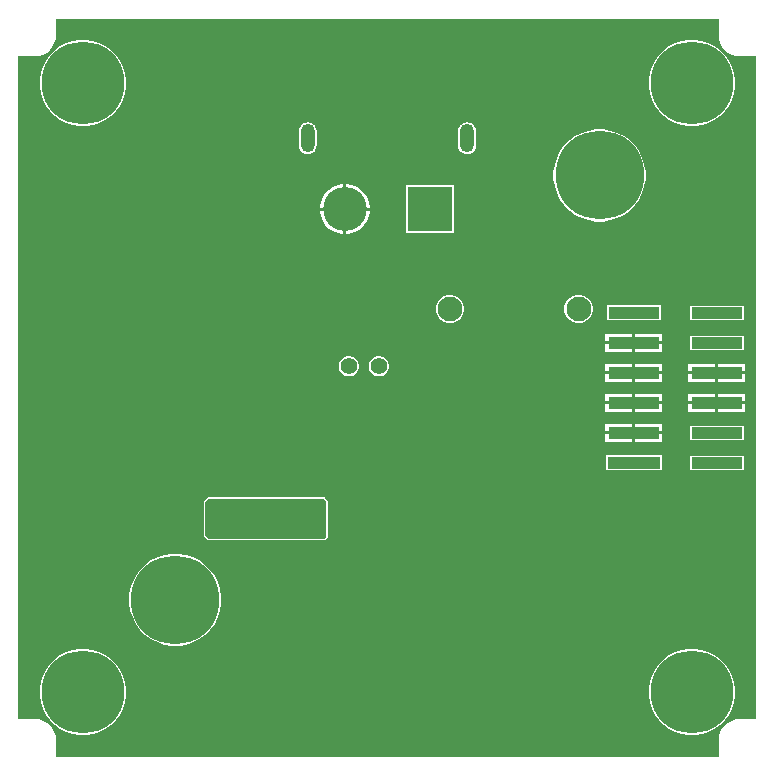
<source format=gbr>
%TF.GenerationSoftware,Altium Limited,Altium Designer,24.2.2 (26)*%
G04 Layer_Physical_Order=2*
G04 Layer_Color=16711680*
%FSLAX45Y45*%
%MOMM*%
%TF.SameCoordinates,B44B2995-802D-4FBC-A6AD-B2E30319FF36*%
%TF.FilePolarity,Positive*%
%TF.FileFunction,Copper,L2,Bot,Signal*%
%TF.Part,Single*%
G01*
G75*
%TA.AperFunction,ViaPad*%
%ADD37C,7.00000*%
%TA.AperFunction,ComponentPad*%
%ADD38C,2.10000*%
%ADD39C,1.40000*%
%ADD40O,1.20000X2.40000*%
%ADD41R,3.71600X3.71600*%
%ADD42C,3.71600*%
%TA.AperFunction,ViaPad*%
%ADD43C,7.50000*%
%ADD44C,0.60000*%
%ADD45C,0.75000*%
%ADD46C,0.50000*%
%TA.AperFunction,SMDPad,CuDef*%
%ADD47R,4.32000X1.00000*%
%ADD48R,4.50000X1.00000*%
G36*
X5981113Y6159500D02*
X5981368Y6158215D01*
X5984667Y6124724D01*
X5994811Y6091283D01*
X6011284Y6060465D01*
X6033452Y6033452D01*
X6060465Y6011284D01*
X6091283Y5994811D01*
X6124724Y5984667D01*
X6158215Y5981368D01*
X6159500Y5981113D01*
X6298613D01*
Y368887D01*
X6159500D01*
X6158215Y368632D01*
X6124724Y365333D01*
X6091283Y355189D01*
X6060465Y338716D01*
X6033452Y316547D01*
X6011284Y289535D01*
X5994811Y258717D01*
X5984667Y225276D01*
X5981368Y191785D01*
X5981113Y190500D01*
Y51387D01*
X368887D01*
Y190500D01*
X368632Y191785D01*
X365333Y225276D01*
X355189Y258717D01*
X338716Y289535D01*
X316547Y316547D01*
X289535Y338716D01*
X258717Y355189D01*
X225276Y365333D01*
X191785Y368632D01*
X190500Y368887D01*
X51387D01*
Y5981113D01*
X190500D01*
X191785Y5981368D01*
X225276Y5984667D01*
X258717Y5994811D01*
X289535Y6011284D01*
X316547Y6033452D01*
X338716Y6060465D01*
X355189Y6091283D01*
X365333Y6124724D01*
X368632Y6158215D01*
X368887Y6159500D01*
Y6298613D01*
X5981113D01*
Y6159500D01*
D02*
G37*
%LPC*%
G36*
X5781826Y6118100D02*
X5724374D01*
X5667629Y6109113D01*
X5612989Y6091359D01*
X5561798Y6065276D01*
X5515318Y6031507D01*
X5474693Y5990882D01*
X5440924Y5944402D01*
X5414841Y5893211D01*
X5397087Y5838571D01*
X5388100Y5781826D01*
Y5724374D01*
X5397087Y5667629D01*
X5414841Y5612989D01*
X5440924Y5561798D01*
X5474693Y5515318D01*
X5515318Y5474693D01*
X5561798Y5440924D01*
X5612989Y5414841D01*
X5667629Y5397087D01*
X5724374Y5388100D01*
X5781826D01*
X5838571Y5397087D01*
X5893211Y5414841D01*
X5944402Y5440924D01*
X5990882Y5474693D01*
X6031507Y5515318D01*
X6065276Y5561798D01*
X6091359Y5612989D01*
X6109113Y5667629D01*
X6118100Y5724374D01*
Y5781826D01*
X6109113Y5838571D01*
X6091359Y5893211D01*
X6065276Y5944402D01*
X6031507Y5990882D01*
X5990882Y6031507D01*
X5944402Y6065276D01*
X5893211Y6091359D01*
X5838571Y6109113D01*
X5781826Y6118100D01*
D02*
G37*
G36*
X625626D02*
X568174D01*
X511429Y6109113D01*
X456789Y6091359D01*
X405598Y6065276D01*
X359118Y6031507D01*
X318493Y5990882D01*
X284724Y5944402D01*
X258641Y5893211D01*
X240887Y5838571D01*
X231900Y5781826D01*
Y5724374D01*
X240887Y5667629D01*
X258641Y5612989D01*
X284724Y5561798D01*
X318493Y5515318D01*
X359118Y5474693D01*
X405598Y5440924D01*
X456789Y5414841D01*
X511429Y5397087D01*
X568174Y5388100D01*
X625626D01*
X682371Y5397087D01*
X737011Y5414841D01*
X788202Y5440924D01*
X834682Y5474693D01*
X875307Y5515318D01*
X909076Y5561798D01*
X935159Y5612989D01*
X952913Y5667629D01*
X961900Y5724374D01*
Y5781826D01*
X952913Y5838571D01*
X935159Y5893211D01*
X909076Y5944402D01*
X875307Y5990882D01*
X834682Y6031507D01*
X788202Y6065276D01*
X737011Y6091359D01*
X682371Y6109113D01*
X625626Y6118100D01*
D02*
G37*
G36*
X3850000Y5421387D02*
X3830421Y5418810D01*
X3812176Y5411252D01*
X3798476Y5400740D01*
X3790000D01*
Y5390747D01*
X3784488Y5383564D01*
X3776930Y5365319D01*
X3774353Y5345740D01*
Y5225740D01*
X3776930Y5206161D01*
X3784488Y5187916D01*
X3790000Y5180733D01*
Y5170740D01*
X3798476D01*
X3812176Y5160228D01*
X3830421Y5152670D01*
X3850000Y5150093D01*
X3869579Y5152670D01*
X3887824Y5160228D01*
X3901524Y5170740D01*
X3910000D01*
Y5180733D01*
X3915512Y5187916D01*
X3923069Y5206161D01*
X3925647Y5225740D01*
Y5345740D01*
X3923069Y5365319D01*
X3915512Y5383564D01*
X3910000Y5390747D01*
Y5400740D01*
X3901524D01*
X3887824Y5411252D01*
X3869579Y5418810D01*
X3850000Y5421387D01*
D02*
G37*
G36*
X2500000D02*
X2480421Y5418810D01*
X2462176Y5411252D01*
X2448476Y5400740D01*
X2440000D01*
Y5390747D01*
X2434488Y5383564D01*
X2426931Y5365319D01*
X2424353Y5345740D01*
Y5225740D01*
X2426931Y5206161D01*
X2434488Y5187916D01*
X2440000Y5180733D01*
Y5170740D01*
X2448476D01*
X2462176Y5160228D01*
X2480421Y5152670D01*
X2500000Y5150093D01*
X2519579Y5152670D01*
X2537824Y5160228D01*
X2551524Y5170740D01*
X2560000D01*
Y5180733D01*
X2565512Y5187916D01*
X2573070Y5206161D01*
X2575647Y5225740D01*
Y5345740D01*
X2573070Y5365319D01*
X2565512Y5383564D01*
X2560000Y5390747D01*
Y5400740D01*
X2551524D01*
X2537824Y5411252D01*
X2519579Y5418810D01*
X2500000Y5421387D01*
D02*
G37*
G36*
X2835801Y4896940D02*
X2827700D01*
Y4698440D01*
X3026200D01*
Y4706541D01*
X3018084Y4747345D01*
X3002163Y4785781D01*
X2979050Y4820372D01*
X2949632Y4849790D01*
X2915041Y4872903D01*
X2876605Y4888824D01*
X2835801Y4896940D01*
D02*
G37*
G36*
X2802300D02*
X2794199D01*
X2753395Y4888824D01*
X2714959Y4872903D01*
X2680368Y4849790D01*
X2650950Y4820372D01*
X2627837Y4785781D01*
X2611916Y4747345D01*
X2603800Y4706541D01*
Y4698440D01*
X2802300D01*
Y4896940D01*
D02*
G37*
G36*
X5001753Y5361059D02*
X4940366D01*
X4879734Y5351456D01*
X4821351Y5332487D01*
X4766655Y5304617D01*
X4716991Y5268535D01*
X4673584Y5225127D01*
X4637502Y5175464D01*
X4609632Y5120768D01*
X4590662Y5062385D01*
X4581059Y5001753D01*
Y4940366D01*
X4590662Y4879734D01*
X4609632Y4821351D01*
X4637502Y4766655D01*
X4673584Y4716991D01*
X4716991Y4673584D01*
X4766655Y4637502D01*
X4821351Y4609632D01*
X4879734Y4590662D01*
X4940366Y4581059D01*
X5001753D01*
X5062385Y4590662D01*
X5120768Y4609632D01*
X5175464Y4637502D01*
X5225127Y4673584D01*
X5268535Y4716991D01*
X5304617Y4766655D01*
X5332487Y4821351D01*
X5351456Y4879734D01*
X5361059Y4940366D01*
Y5001753D01*
X5351456Y5062385D01*
X5332487Y5120768D01*
X5304617Y5175464D01*
X5268535Y5225127D01*
X5225127Y5268535D01*
X5175464Y5304617D01*
X5120768Y5332487D01*
X5062385Y5351456D01*
X5001753Y5361059D01*
D02*
G37*
G36*
X3735800Y4886540D02*
X3334200D01*
Y4484940D01*
X3735800D01*
Y4886540D01*
D02*
G37*
G36*
X3026200Y4673040D02*
X2827700D01*
Y4474540D01*
X2835801D01*
X2876605Y4482656D01*
X2915041Y4498577D01*
X2949632Y4521690D01*
X2979050Y4551108D01*
X3002163Y4585699D01*
X3018084Y4624135D01*
X3026200Y4664939D01*
Y4673040D01*
D02*
G37*
G36*
X2802300D02*
X2603800D01*
Y4664939D01*
X2611916Y4624135D01*
X2627837Y4585699D01*
X2650950Y4551108D01*
X2680368Y4521690D01*
X2714959Y4498577D01*
X2753395Y4482656D01*
X2794199Y4474540D01*
X2802300D01*
Y4673040D01*
D02*
G37*
G36*
X6191400Y3870000D02*
X5739400D01*
Y3750000D01*
X6191400D01*
Y3870000D01*
D02*
G37*
G36*
X5490100Y3872700D02*
X5032700D01*
Y3747300D01*
X5490100D01*
Y3872700D01*
D02*
G37*
G36*
X4810218Y3960480D02*
X4778622D01*
X4748102Y3952302D01*
X4720738Y3936504D01*
X4698396Y3914162D01*
X4682598Y3886798D01*
X4674420Y3856278D01*
Y3824682D01*
X4682598Y3794162D01*
X4698396Y3766798D01*
X4720738Y3744456D01*
X4748102Y3728658D01*
X4778622Y3720480D01*
X4810218D01*
X4840738Y3728658D01*
X4868102Y3744456D01*
X4890444Y3766798D01*
X4906242Y3794162D01*
X4914420Y3824682D01*
Y3856278D01*
X4906242Y3886798D01*
X4890444Y3914162D01*
X4868102Y3936504D01*
X4840738Y3952302D01*
X4810218Y3960480D01*
D02*
G37*
G36*
X3720218D02*
X3688622D01*
X3658102Y3952302D01*
X3630738Y3936504D01*
X3608396Y3914162D01*
X3592598Y3886798D01*
X3584420Y3856278D01*
Y3824682D01*
X3592598Y3794162D01*
X3608396Y3766798D01*
X3630738Y3744456D01*
X3658102Y3728658D01*
X3688622Y3720480D01*
X3720218D01*
X3750738Y3728658D01*
X3778102Y3744456D01*
X3800444Y3766798D01*
X3816242Y3794162D01*
X3824420Y3824682D01*
Y3856278D01*
X3816242Y3886798D01*
X3800444Y3914162D01*
X3778102Y3936504D01*
X3750738Y3952302D01*
X3720218Y3960480D01*
D02*
G37*
G36*
X5502800Y3631400D02*
X5274100D01*
Y3568700D01*
X5502800D01*
Y3631400D01*
D02*
G37*
G36*
X5248700D02*
X5020000D01*
Y3568700D01*
X5248700D01*
Y3631400D01*
D02*
G37*
G36*
X6191400Y3616000D02*
X5739400D01*
Y3496000D01*
X6191400D01*
Y3616000D01*
D02*
G37*
G36*
X5502800Y3543300D02*
X5274100D01*
Y3480600D01*
X5502800D01*
Y3543300D01*
D02*
G37*
G36*
X5248700D02*
X5020000D01*
Y3480600D01*
X5248700D01*
Y3543300D01*
D02*
G37*
G36*
X5502800Y3377400D02*
X5274100D01*
Y3314700D01*
X5502800D01*
Y3377400D01*
D02*
G37*
G36*
X5248700D02*
X5020000D01*
Y3314700D01*
X5248700D01*
Y3377400D01*
D02*
G37*
G36*
X6206800D02*
X5978100D01*
Y3314700D01*
X6206800D01*
Y3377400D01*
D02*
G37*
G36*
X5952700D02*
X5724000D01*
Y3314700D01*
X5952700D01*
Y3377400D01*
D02*
G37*
G36*
X3112530Y3440340D02*
X3090150D01*
X3068531Y3434547D01*
X3049149Y3423357D01*
X3033323Y3407531D01*
X3022133Y3388149D01*
X3016340Y3366530D01*
Y3344150D01*
X3022133Y3322531D01*
X3033323Y3303149D01*
X3049149Y3287323D01*
X3068531Y3276133D01*
X3090150Y3270340D01*
X3112530D01*
X3134149Y3276133D01*
X3153531Y3287323D01*
X3169357Y3303149D01*
X3180547Y3322531D01*
X3186340Y3344150D01*
Y3366530D01*
X3180547Y3388149D01*
X3169357Y3407531D01*
X3153531Y3423357D01*
X3134149Y3434547D01*
X3112530Y3440340D01*
D02*
G37*
G36*
X2858530D02*
X2836150D01*
X2814531Y3434547D01*
X2795149Y3423357D01*
X2779323Y3407531D01*
X2768133Y3388149D01*
X2762340Y3366530D01*
Y3344150D01*
X2768133Y3322531D01*
X2779323Y3303149D01*
X2795149Y3287323D01*
X2814531Y3276133D01*
X2836150Y3270340D01*
X2858530D01*
X2880149Y3276133D01*
X2899531Y3287323D01*
X2915357Y3303149D01*
X2926547Y3322531D01*
X2932340Y3344150D01*
Y3366530D01*
X2926547Y3388149D01*
X2915357Y3407531D01*
X2899531Y3423357D01*
X2880149Y3434547D01*
X2858530Y3440340D01*
D02*
G37*
G36*
X6206800Y3289300D02*
X5978100D01*
Y3226600D01*
X6206800D01*
Y3289300D01*
D02*
G37*
G36*
X5952700D02*
X5724000D01*
Y3226600D01*
X5952700D01*
Y3289300D01*
D02*
G37*
G36*
X5502800Y3289300D02*
X5274100D01*
Y3226600D01*
X5502800D01*
Y3289300D01*
D02*
G37*
G36*
X5248700D02*
X5020000D01*
Y3226600D01*
X5248700D01*
Y3289300D01*
D02*
G37*
G36*
X5502800Y3123400D02*
X5274100D01*
Y3060700D01*
X5502800D01*
Y3123400D01*
D02*
G37*
G36*
X5248700D02*
X5020000D01*
Y3060700D01*
X5248700D01*
Y3123400D01*
D02*
G37*
G36*
X6206800D02*
X5978100D01*
Y3060700D01*
X6206800D01*
Y3123400D01*
D02*
G37*
G36*
X5952700D02*
X5724000D01*
Y3060700D01*
X5952700D01*
Y3123400D01*
D02*
G37*
G36*
X6206800Y3035300D02*
X5978100D01*
Y2972600D01*
X6206800D01*
Y3035300D01*
D02*
G37*
G36*
X5952700D02*
X5724000D01*
Y2972600D01*
X5952700D01*
Y3035300D01*
D02*
G37*
G36*
X5502800Y3035300D02*
X5274100D01*
Y2972600D01*
X5502800D01*
Y3035300D01*
D02*
G37*
G36*
X5248700D02*
X5020000D01*
Y2972600D01*
X5248700D01*
Y3035300D01*
D02*
G37*
G36*
X5502800Y2869400D02*
X5274100D01*
Y2806700D01*
X5502800D01*
Y2869400D01*
D02*
G37*
G36*
X5248700D02*
X5020000D01*
Y2806700D01*
X5248700D01*
Y2869400D01*
D02*
G37*
G36*
X6191400Y2854000D02*
X5739400D01*
Y2734000D01*
X6191400D01*
Y2854000D01*
D02*
G37*
G36*
X5502800Y2781300D02*
X5274100D01*
Y2718600D01*
X5502800D01*
Y2781300D01*
D02*
G37*
G36*
X5248700D02*
X5020000D01*
Y2718600D01*
X5248700D01*
Y2781300D01*
D02*
G37*
G36*
X6191400Y2600000D02*
X5739400D01*
Y2480000D01*
X6191400D01*
Y2600000D01*
D02*
G37*
G36*
X5499100Y2602700D02*
X5023700D01*
Y2477300D01*
X5499100D01*
Y2602700D01*
D02*
G37*
G36*
X2639060Y2246024D02*
X1658620D01*
X1650966Y2242854D01*
X1650966Y2242853D01*
X1625566Y2217454D01*
X1622396Y2209800D01*
Y1922780D01*
X1625566Y1915126D01*
X1625567Y1915126D01*
X1653506Y1887186D01*
X1661160Y1884016D01*
X2646679D01*
X2646680Y1884015D01*
X2654334Y1887186D01*
X2654335Y1887187D01*
X2667034Y1899886D01*
X2670204Y1907540D01*
Y2214879D01*
X2670205Y2214880D01*
X2667034Y2222534D01*
X2667033Y2222535D01*
X2646714Y2242854D01*
X2645068Y2243536D01*
X2643900Y2244881D01*
X2641387Y2245060D01*
X2639060Y2246024D01*
D02*
G37*
G36*
X1409634Y1768941D02*
X1348247D01*
X1287615Y1759338D01*
X1229232Y1740368D01*
X1174536Y1712498D01*
X1124873Y1676416D01*
X1081465Y1633009D01*
X1045383Y1583345D01*
X1017513Y1528649D01*
X998544Y1470266D01*
X988941Y1409634D01*
Y1348247D01*
X998544Y1287615D01*
X1017513Y1229232D01*
X1045383Y1174536D01*
X1081465Y1124873D01*
X1124873Y1081465D01*
X1174536Y1045383D01*
X1229232Y1017513D01*
X1287615Y998544D01*
X1348247Y988941D01*
X1409634D01*
X1470266Y998544D01*
X1528649Y1017513D01*
X1583345Y1045383D01*
X1633009Y1081465D01*
X1676416Y1124873D01*
X1712498Y1174536D01*
X1740368Y1229232D01*
X1759338Y1287615D01*
X1768941Y1348247D01*
Y1409634D01*
X1759338Y1470266D01*
X1740368Y1528649D01*
X1712498Y1583345D01*
X1676416Y1633009D01*
X1633009Y1676416D01*
X1583345Y1712498D01*
X1528649Y1740368D01*
X1470266Y1759338D01*
X1409634Y1768941D01*
D02*
G37*
G36*
X5781826Y961900D02*
X5724374D01*
X5667629Y952913D01*
X5612989Y935159D01*
X5561798Y909076D01*
X5515318Y875307D01*
X5474693Y834682D01*
X5440924Y788202D01*
X5414841Y737011D01*
X5397087Y682371D01*
X5388100Y625626D01*
Y568174D01*
X5397087Y511429D01*
X5414841Y456789D01*
X5440924Y405598D01*
X5474693Y359118D01*
X5515318Y318493D01*
X5561798Y284724D01*
X5612989Y258641D01*
X5667629Y240887D01*
X5724374Y231900D01*
X5781826D01*
X5838571Y240887D01*
X5893211Y258641D01*
X5944402Y284724D01*
X5990882Y318493D01*
X6031507Y359118D01*
X6065276Y405598D01*
X6091359Y456789D01*
X6109113Y511429D01*
X6118100Y568174D01*
Y625626D01*
X6109113Y682371D01*
X6091359Y737011D01*
X6065276Y788202D01*
X6031507Y834682D01*
X5990882Y875307D01*
X5944402Y909076D01*
X5893211Y935159D01*
X5838571Y952913D01*
X5781826Y961900D01*
D02*
G37*
G36*
X625626D02*
X568174D01*
X511429Y952913D01*
X456789Y935159D01*
X405598Y909076D01*
X359118Y875307D01*
X318493Y834682D01*
X284724Y788202D01*
X258641Y737011D01*
X240887Y682371D01*
X231900Y625626D01*
Y568174D01*
X240887Y511429D01*
X258641Y456789D01*
X284724Y405598D01*
X318493Y359118D01*
X359118Y318493D01*
X405598Y284724D01*
X456789Y258641D01*
X511429Y240887D01*
X568174Y231900D01*
X625626D01*
X682371Y240887D01*
X737011Y258641D01*
X788202Y284724D01*
X834682Y318493D01*
X875307Y359118D01*
X909076Y405598D01*
X935159Y456789D01*
X952913Y511429D01*
X961900Y568174D01*
Y625626D01*
X952913Y682371D01*
X935159Y737011D01*
X909076Y788202D01*
X875307Y834682D01*
X834682Y875307D01*
X788202Y909076D01*
X737011Y935159D01*
X682371Y952913D01*
X625626Y961900D01*
D02*
G37*
%LPD*%
G36*
X2639060Y2235200D02*
X2659380Y2214880D01*
Y1907540D01*
X2646680Y1894840D01*
X1661160D01*
X1633220Y1922780D01*
Y2209800D01*
X1658620Y2235200D01*
X2639060D01*
X2639060Y2235200D01*
D02*
G37*
D37*
X596900Y5753100D02*
D03*
Y596900D02*
D03*
X5753100Y5753100D02*
D03*
Y596900D02*
D03*
D38*
X3704420Y3840480D02*
D03*
X4794420D02*
D03*
D39*
X2847340Y3355340D02*
D03*
X3101340D02*
D03*
D40*
X3850000Y5285740D02*
D03*
X2500000D02*
D03*
D41*
X3535000Y4685740D02*
D03*
D42*
X2815000D02*
D03*
D43*
X4971059Y4971059D02*
D03*
X1378941Y1378941D02*
D03*
D44*
X6160005Y5457464D02*
D03*
X6060005Y5257464D02*
D03*
X6160005Y5057464D02*
D03*
X6060005Y4857464D02*
D03*
X6160005Y4657464D02*
D03*
X6060005Y4457464D02*
D03*
X6160005Y4257464D02*
D03*
X6060005Y1657462D02*
D03*
X6160005Y1457462D02*
D03*
X6060005Y1257462D02*
D03*
X6160005Y1057462D02*
D03*
X5860005Y5257464D02*
D03*
X5960005Y5057464D02*
D03*
X5860005Y4857464D02*
D03*
X5960005Y4657464D02*
D03*
X5860005Y4457464D02*
D03*
X5960005Y4257464D02*
D03*
X5660004Y5257464D02*
D03*
X5760004Y5057464D02*
D03*
X5660004Y4857464D02*
D03*
X5760004Y4657464D02*
D03*
X5660004Y4457464D02*
D03*
X5760004Y4257464D02*
D03*
Y1857462D02*
D03*
X5660004Y1657462D02*
D03*
X5760004Y1457462D02*
D03*
X5460004Y6057465D02*
D03*
Y5257464D02*
D03*
X5560004Y5057464D02*
D03*
X5460004Y4857464D02*
D03*
X5560004Y4657464D02*
D03*
X5460004Y4457464D02*
D03*
X5560004Y4257464D02*
D03*
X5460004Y1657462D02*
D03*
X5560004Y1457462D02*
D03*
X5260004Y6057465D02*
D03*
Y5657464D02*
D03*
X5360004Y5457464D02*
D03*
Y4657464D02*
D03*
Y4257464D02*
D03*
X5060004Y6057465D02*
D03*
X5160004Y5857465D02*
D03*
X5060004Y5657464D02*
D03*
X5160004Y5457464D02*
D03*
Y1057462D02*
D03*
X4860004Y6057465D02*
D03*
X4960004Y5857465D02*
D03*
X4860004Y5657464D02*
D03*
X4960004Y5457464D02*
D03*
Y1057462D02*
D03*
X4860004Y857462D02*
D03*
X4660004Y6057465D02*
D03*
X4760004Y5857465D02*
D03*
X4660004Y5657464D02*
D03*
X4760004Y5457464D02*
D03*
X4660004Y5257464D02*
D03*
Y2457463D02*
D03*
X4760004Y2257463D02*
D03*
Y1057462D02*
D03*
X4660004Y857462D02*
D03*
X4760004Y657462D02*
D03*
X4460004Y6057465D02*
D03*
X4560004Y5857465D02*
D03*
X4460004Y5657464D02*
D03*
X4560004Y5457464D02*
D03*
X4460004Y5257464D02*
D03*
Y2457463D02*
D03*
X4560004Y2257463D02*
D03*
X4460004Y857462D02*
D03*
X4560004Y657462D02*
D03*
X4460004Y457462D02*
D03*
X4260004Y6057465D02*
D03*
X4360004Y5857465D02*
D03*
X4260004Y5657464D02*
D03*
X4360004Y5457464D02*
D03*
X4260004Y5257464D02*
D03*
X4360004Y5057464D02*
D03*
Y2257463D02*
D03*
X4260004Y857462D02*
D03*
X4360004Y657462D02*
D03*
X4260004Y457462D02*
D03*
X4060004Y6057465D02*
D03*
X4160004Y5857465D02*
D03*
X4060004Y5657464D02*
D03*
X4160004Y5457464D02*
D03*
X4060004Y5257464D02*
D03*
X4160004Y5057464D02*
D03*
Y657462D02*
D03*
X3860003Y6057465D02*
D03*
X3960004Y5857465D02*
D03*
X3860003Y5657464D02*
D03*
X3960004Y5457464D02*
D03*
Y5057464D02*
D03*
X3660003Y6057465D02*
D03*
X3760003Y5857465D02*
D03*
X3660003Y5657464D02*
D03*
X3760003Y5457464D02*
D03*
X3660003Y5257464D02*
D03*
X3760003Y5057464D02*
D03*
X3460003Y6057465D02*
D03*
X3560003Y5857465D02*
D03*
X3460003Y5657464D02*
D03*
X3560003Y5457464D02*
D03*
X3460003Y5257464D02*
D03*
X3560003Y5057464D02*
D03*
X3460003Y2457463D02*
D03*
Y2057462D02*
D03*
X3560003Y657462D02*
D03*
X3260003Y6057465D02*
D03*
X3360003Y5857465D02*
D03*
X3260003Y5657464D02*
D03*
X3360003Y5457464D02*
D03*
X3260003Y5257464D02*
D03*
X3360003Y5057464D02*
D03*
X3260003Y2457463D02*
D03*
X3360003Y2257463D02*
D03*
X3260003Y2057462D02*
D03*
X3360003Y1857462D02*
D03*
Y657462D02*
D03*
X3060003Y6057465D02*
D03*
X3160003Y5857465D02*
D03*
X3060003Y5657464D02*
D03*
X3160003Y5457464D02*
D03*
X3060003Y5257464D02*
D03*
X3160003Y5057464D02*
D03*
X3060003Y4857464D02*
D03*
Y4457464D02*
D03*
Y2457463D02*
D03*
X3160003Y2257463D02*
D03*
X3060003Y2057462D02*
D03*
X3160003Y657462D02*
D03*
X2860003Y6057465D02*
D03*
X2960003Y5857465D02*
D03*
X2860003Y5657464D02*
D03*
X2960003Y5457464D02*
D03*
X2860003Y5257464D02*
D03*
X2960003Y5057464D02*
D03*
X2860003Y2457463D02*
D03*
X2960003Y2257463D02*
D03*
Y657462D02*
D03*
X2660003Y6057465D02*
D03*
X2760003Y5857465D02*
D03*
X2660003Y5657464D02*
D03*
X2760003Y5457464D02*
D03*
X2660003Y5257464D02*
D03*
X2760003Y5057464D02*
D03*
X2660003Y4457464D02*
D03*
X2760003Y4257464D02*
D03*
X2660003Y4057464D02*
D03*
Y3657463D02*
D03*
X2760003Y657462D02*
D03*
X2460003Y6057465D02*
D03*
X2560003Y5857465D02*
D03*
X2460003Y5657464D02*
D03*
X2560003Y5457464D02*
D03*
Y5057464D02*
D03*
X2460003Y4857464D02*
D03*
X2560003Y4657464D02*
D03*
X2460003Y4457464D02*
D03*
X2560003Y4257464D02*
D03*
X2460003Y4057464D02*
D03*
Y3657463D02*
D03*
Y1257462D02*
D03*
Y857462D02*
D03*
X2560003Y657462D02*
D03*
X2260003Y6057465D02*
D03*
X2360003Y5857465D02*
D03*
X2260003Y5657464D02*
D03*
X2360003Y5457464D02*
D03*
X2260003Y5257464D02*
D03*
X2360003Y5057464D02*
D03*
X2260003Y4857464D02*
D03*
X2360003Y4657464D02*
D03*
X2260003Y4457464D02*
D03*
X2360003Y4257464D02*
D03*
X2260003Y4057464D02*
D03*
X2360003Y3857463D02*
D03*
X2260003Y3657463D02*
D03*
Y1657462D02*
D03*
Y1257462D02*
D03*
X2360003Y1057462D02*
D03*
X2260003Y857462D02*
D03*
X2360003Y657462D02*
D03*
X2060002Y6057465D02*
D03*
X2160003Y5857465D02*
D03*
X2060002Y5657464D02*
D03*
X2160003Y5457464D02*
D03*
X2060002Y5257464D02*
D03*
X2160003Y5057464D02*
D03*
X2060002Y4857464D02*
D03*
X2160003Y4657464D02*
D03*
X2060002Y4457464D02*
D03*
X2160003Y4257464D02*
D03*
X2060002Y4057464D02*
D03*
X2160003Y3857463D02*
D03*
X2060002Y3657463D02*
D03*
Y1657462D02*
D03*
X2160003Y1457462D02*
D03*
X2060002Y1257462D02*
D03*
X2160003Y1057462D02*
D03*
X2060002Y857462D02*
D03*
X2160003Y657462D02*
D03*
X1860002Y6057465D02*
D03*
X1960002Y5857465D02*
D03*
X1860002Y5657464D02*
D03*
X1960002Y5457464D02*
D03*
X1860002Y5257464D02*
D03*
X1960002Y5057464D02*
D03*
X1860002Y4857464D02*
D03*
X1960002Y4657464D02*
D03*
X1860002Y4457464D02*
D03*
X1960002Y4257464D02*
D03*
X1860002Y4057464D02*
D03*
X1960002Y3857463D02*
D03*
X1860002Y3657463D02*
D03*
Y1657462D02*
D03*
X1960002Y1457462D02*
D03*
X1860002Y1257462D02*
D03*
X1960002Y1057462D02*
D03*
X1860002Y857462D02*
D03*
X1960002Y657462D02*
D03*
X1660002Y6057465D02*
D03*
X1760002Y5857465D02*
D03*
X1660002Y5657464D02*
D03*
X1760002Y5457464D02*
D03*
X1660002Y5257464D02*
D03*
X1760002Y5057464D02*
D03*
X1660002Y4857464D02*
D03*
X1760002Y4657464D02*
D03*
X1660002Y4457464D02*
D03*
X1760002Y4257464D02*
D03*
X1660002Y4057464D02*
D03*
X1760002Y3857463D02*
D03*
X1660002Y3657463D02*
D03*
X1760002Y3457463D02*
D03*
Y1057462D02*
D03*
X1660002Y857462D02*
D03*
X1760002Y657462D02*
D03*
X1460002Y6057465D02*
D03*
X1560002Y5857465D02*
D03*
X1460002Y5657464D02*
D03*
X1560002Y5457464D02*
D03*
X1460002Y5257464D02*
D03*
X1560002Y5057464D02*
D03*
X1460002Y4857464D02*
D03*
X1560002Y4657464D02*
D03*
X1460002Y4457464D02*
D03*
X1560002Y4257464D02*
D03*
X1460002Y4057464D02*
D03*
X1560002Y3857463D02*
D03*
X1460002Y3657463D02*
D03*
Y3257463D02*
D03*
Y857462D02*
D03*
X1560002Y657462D02*
D03*
X1260002Y6057465D02*
D03*
X1360002Y5857465D02*
D03*
X1260002Y5657464D02*
D03*
X1360002Y5457464D02*
D03*
X1260002Y5257464D02*
D03*
X1360002Y5057464D02*
D03*
X1260002Y4857464D02*
D03*
X1360002Y4657464D02*
D03*
X1260002Y4457464D02*
D03*
X1360002Y4257464D02*
D03*
X1260002Y4057464D02*
D03*
X1360002Y3857463D02*
D03*
X1260002Y3657463D02*
D03*
X1360002Y3457463D02*
D03*
X1260002Y3257463D02*
D03*
X1060002Y6057465D02*
D03*
X1160002Y5857465D02*
D03*
X1060002Y5657464D02*
D03*
X1160002Y5457464D02*
D03*
X1060002Y5257464D02*
D03*
X1160002Y5057464D02*
D03*
X1060002Y4857464D02*
D03*
X1160002Y4657464D02*
D03*
X1060002Y4457464D02*
D03*
X1160002Y4257464D02*
D03*
X1060002Y4057464D02*
D03*
X1160002Y3857463D02*
D03*
X1060002Y3657463D02*
D03*
X1160002Y3457463D02*
D03*
X1060002Y3257463D02*
D03*
X1160002Y3057463D02*
D03*
X1060002Y2857463D02*
D03*
X1160002Y2657463D02*
D03*
X1060002Y2457463D02*
D03*
X1160002Y2257463D02*
D03*
X960002Y5457464D02*
D03*
X860002Y5257464D02*
D03*
X960002Y5057464D02*
D03*
X860002Y4857464D02*
D03*
X960002Y4657464D02*
D03*
X860002Y4457464D02*
D03*
X960002Y4257464D02*
D03*
X860002Y4057464D02*
D03*
X960002Y3857463D02*
D03*
X860002Y3657463D02*
D03*
X960002Y3457463D02*
D03*
X860002Y3257463D02*
D03*
X960002Y3057463D02*
D03*
X860002Y2857463D02*
D03*
X960002Y2657463D02*
D03*
X860002Y2457463D02*
D03*
X960002Y2257463D02*
D03*
X660002Y5257464D02*
D03*
X760002Y5057464D02*
D03*
X660002Y4857464D02*
D03*
X760002Y4657464D02*
D03*
X660002Y4457464D02*
D03*
X760002Y4257464D02*
D03*
X660002Y4057464D02*
D03*
X760002Y3857463D02*
D03*
X660002Y3657463D02*
D03*
X760002Y3457463D02*
D03*
X660002Y3257463D02*
D03*
X760002Y3057463D02*
D03*
X660002Y2857463D02*
D03*
X760002Y2657463D02*
D03*
X660002Y2457463D02*
D03*
X760002Y2257463D02*
D03*
X460002Y5257464D02*
D03*
X560002Y5057464D02*
D03*
X460002Y4857464D02*
D03*
X560002Y4657464D02*
D03*
X460002Y4457464D02*
D03*
X560002Y4257464D02*
D03*
X460002Y4057464D02*
D03*
X560002Y3857463D02*
D03*
X460002Y3657463D02*
D03*
X560002Y3457463D02*
D03*
X460002Y3257463D02*
D03*
X560002Y3057463D02*
D03*
X460002Y2857463D02*
D03*
X560002Y2657463D02*
D03*
X460002Y2457463D02*
D03*
X560002Y2257463D02*
D03*
Y1057462D02*
D03*
X260002Y5257464D02*
D03*
X360002Y5057464D02*
D03*
X260002Y4857464D02*
D03*
X360002Y4657464D02*
D03*
X260002Y4457464D02*
D03*
X360002Y4257464D02*
D03*
X260002Y4057464D02*
D03*
X360002Y3857463D02*
D03*
X260002Y3657463D02*
D03*
X360002Y3457463D02*
D03*
X260002Y3257463D02*
D03*
X360002Y3057463D02*
D03*
X260002Y2857463D02*
D03*
X360002Y2657463D02*
D03*
X260002Y2457463D02*
D03*
X360002Y2257463D02*
D03*
X260002Y1257462D02*
D03*
X360002Y1057462D02*
D03*
X260002Y857462D02*
D03*
D45*
X6040120Y2156460D02*
D03*
X5073700Y2301240D02*
D03*
X2923540Y2197100D02*
D03*
X2016681Y2449639D02*
D03*
X1765221D02*
D03*
X154940Y1304260D02*
D03*
X396240D02*
D03*
X637540D02*
D03*
X2645600Y3921760D02*
D03*
X1663700Y3316000D02*
D03*
X2035860Y3355340D02*
D03*
X2354580Y2555240D02*
D03*
X2687320Y2771140D02*
D03*
X2623820Y2483640D02*
D03*
X3180080Y2632760D02*
D03*
X3641180Y2519680D02*
D03*
Y2288540D02*
D03*
X3710080Y2001520D02*
D03*
X5529240Y2171700D02*
D03*
X5804240D02*
D03*
X4373880Y1022400D02*
D03*
X4599940D02*
D03*
X5293360Y1245920D02*
D03*
X5072380D02*
D03*
X4599940Y2019500D02*
D03*
X5965400Y3302000D02*
D03*
Y3048000D02*
D03*
X5261400Y3556000D02*
D03*
Y3302000D02*
D03*
Y3048000D02*
D03*
Y2794000D02*
D03*
X5965400D02*
D03*
Y2540000D02*
D03*
Y3556000D02*
D03*
Y3810000D02*
D03*
X1765300Y2153920D02*
D03*
X2570177Y1950030D02*
D03*
X2573020Y2032000D02*
D03*
X2016760Y2153920D02*
D03*
D46*
X5261400Y3810000D02*
D03*
Y2540000D02*
D03*
D47*
X5965400D02*
D03*
Y2794000D02*
D03*
Y3048000D02*
D03*
Y3302000D02*
D03*
Y3556000D02*
D03*
Y3810000D02*
D03*
X5261400D02*
D03*
Y3556000D02*
D03*
Y3302000D02*
D03*
Y3048000D02*
D03*
Y2794000D02*
D03*
D48*
Y2540000D02*
D03*
%TF.MD5,2496a467f7e0c3f4c3a1335a471b0ef4*%
M02*

</source>
